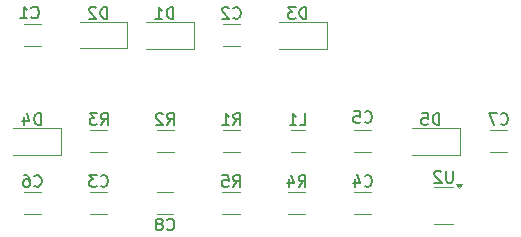
<source format=gbr>
%TF.GenerationSoftware,KiCad,Pcbnew,9.0.3*%
%TF.CreationDate,2025-07-23T14:16:35+06:00*%
%TF.ProjectId,LFRCircuit,4c465243-6972-4637-9569-742e6b696361,rev?*%
%TF.SameCoordinates,Original*%
%TF.FileFunction,Legend,Bot*%
%TF.FilePolarity,Positive*%
%FSLAX46Y46*%
G04 Gerber Fmt 4.6, Leading zero omitted, Abs format (unit mm)*
G04 Created by KiCad (PCBNEW 9.0.3) date 2025-07-23 14:16:35*
%MOMM*%
%LPD*%
G01*
G04 APERTURE LIST*
%ADD10C,0.150000*%
%ADD11C,0.120000*%
G04 APERTURE END LIST*
D10*
X167575466Y-85624819D02*
X167908799Y-85148628D01*
X168146894Y-85624819D02*
X168146894Y-84624819D01*
X168146894Y-84624819D02*
X167765942Y-84624819D01*
X167765942Y-84624819D02*
X167670704Y-84672438D01*
X167670704Y-84672438D02*
X167623085Y-84720057D01*
X167623085Y-84720057D02*
X167575466Y-84815295D01*
X167575466Y-84815295D02*
X167575466Y-84958152D01*
X167575466Y-84958152D02*
X167623085Y-85053390D01*
X167623085Y-85053390D02*
X167670704Y-85101009D01*
X167670704Y-85101009D02*
X167765942Y-85148628D01*
X167765942Y-85148628D02*
X168146894Y-85148628D01*
X167242132Y-84624819D02*
X166623085Y-84624819D01*
X166623085Y-84624819D02*
X166956418Y-85005771D01*
X166956418Y-85005771D02*
X166813561Y-85005771D01*
X166813561Y-85005771D02*
X166718323Y-85053390D01*
X166718323Y-85053390D02*
X166670704Y-85101009D01*
X166670704Y-85101009D02*
X166623085Y-85196247D01*
X166623085Y-85196247D02*
X166623085Y-85434342D01*
X166623085Y-85434342D02*
X166670704Y-85529580D01*
X166670704Y-85529580D02*
X166718323Y-85577200D01*
X166718323Y-85577200D02*
X166813561Y-85624819D01*
X166813561Y-85624819D02*
X167099275Y-85624819D01*
X167099275Y-85624819D02*
X167194513Y-85577200D01*
X167194513Y-85577200D02*
X167242132Y-85529580D01*
X201416666Y-85509580D02*
X201464285Y-85557200D01*
X201464285Y-85557200D02*
X201607142Y-85604819D01*
X201607142Y-85604819D02*
X201702380Y-85604819D01*
X201702380Y-85604819D02*
X201845237Y-85557200D01*
X201845237Y-85557200D02*
X201940475Y-85461961D01*
X201940475Y-85461961D02*
X201988094Y-85366723D01*
X201988094Y-85366723D02*
X202035713Y-85176247D01*
X202035713Y-85176247D02*
X202035713Y-85033390D01*
X202035713Y-85033390D02*
X201988094Y-84842914D01*
X201988094Y-84842914D02*
X201940475Y-84747676D01*
X201940475Y-84747676D02*
X201845237Y-84652438D01*
X201845237Y-84652438D02*
X201702380Y-84604819D01*
X201702380Y-84604819D02*
X201607142Y-84604819D01*
X201607142Y-84604819D02*
X201464285Y-84652438D01*
X201464285Y-84652438D02*
X201416666Y-84700057D01*
X201083332Y-84604819D02*
X200416666Y-84604819D01*
X200416666Y-84604819D02*
X200845237Y-85604819D01*
X184327166Y-90874819D02*
X184660499Y-90398628D01*
X184898594Y-90874819D02*
X184898594Y-89874819D01*
X184898594Y-89874819D02*
X184517642Y-89874819D01*
X184517642Y-89874819D02*
X184422404Y-89922438D01*
X184422404Y-89922438D02*
X184374785Y-89970057D01*
X184374785Y-89970057D02*
X184327166Y-90065295D01*
X184327166Y-90065295D02*
X184327166Y-90208152D01*
X184327166Y-90208152D02*
X184374785Y-90303390D01*
X184374785Y-90303390D02*
X184422404Y-90351009D01*
X184422404Y-90351009D02*
X184517642Y-90398628D01*
X184517642Y-90398628D02*
X184898594Y-90398628D01*
X183470023Y-90208152D02*
X183470023Y-90874819D01*
X183708118Y-89827200D02*
X183946213Y-90541485D01*
X183946213Y-90541485D02*
X183327166Y-90541485D01*
X189916666Y-85359580D02*
X189964285Y-85407200D01*
X189964285Y-85407200D02*
X190107142Y-85454819D01*
X190107142Y-85454819D02*
X190202380Y-85454819D01*
X190202380Y-85454819D02*
X190345237Y-85407200D01*
X190345237Y-85407200D02*
X190440475Y-85311961D01*
X190440475Y-85311961D02*
X190488094Y-85216723D01*
X190488094Y-85216723D02*
X190535713Y-85026247D01*
X190535713Y-85026247D02*
X190535713Y-84883390D01*
X190535713Y-84883390D02*
X190488094Y-84692914D01*
X190488094Y-84692914D02*
X190440475Y-84597676D01*
X190440475Y-84597676D02*
X190345237Y-84502438D01*
X190345237Y-84502438D02*
X190202380Y-84454819D01*
X190202380Y-84454819D02*
X190107142Y-84454819D01*
X190107142Y-84454819D02*
X189964285Y-84502438D01*
X189964285Y-84502438D02*
X189916666Y-84550057D01*
X189011904Y-84454819D02*
X189488094Y-84454819D01*
X189488094Y-84454819D02*
X189535713Y-84931009D01*
X189535713Y-84931009D02*
X189488094Y-84883390D01*
X189488094Y-84883390D02*
X189392856Y-84835771D01*
X189392856Y-84835771D02*
X189154761Y-84835771D01*
X189154761Y-84835771D02*
X189059523Y-84883390D01*
X189059523Y-84883390D02*
X189011904Y-84931009D01*
X189011904Y-84931009D02*
X188964285Y-85026247D01*
X188964285Y-85026247D02*
X188964285Y-85264342D01*
X188964285Y-85264342D02*
X189011904Y-85359580D01*
X189011904Y-85359580D02*
X189059523Y-85407200D01*
X189059523Y-85407200D02*
X189154761Y-85454819D01*
X189154761Y-85454819D02*
X189392856Y-85454819D01*
X189392856Y-85454819D02*
X189488094Y-85407200D01*
X189488094Y-85407200D02*
X189535713Y-85359580D01*
X161701666Y-76509580D02*
X161749285Y-76557200D01*
X161749285Y-76557200D02*
X161892142Y-76604819D01*
X161892142Y-76604819D02*
X161987380Y-76604819D01*
X161987380Y-76604819D02*
X162130237Y-76557200D01*
X162130237Y-76557200D02*
X162225475Y-76461961D01*
X162225475Y-76461961D02*
X162273094Y-76366723D01*
X162273094Y-76366723D02*
X162320713Y-76176247D01*
X162320713Y-76176247D02*
X162320713Y-76033390D01*
X162320713Y-76033390D02*
X162273094Y-75842914D01*
X162273094Y-75842914D02*
X162225475Y-75747676D01*
X162225475Y-75747676D02*
X162130237Y-75652438D01*
X162130237Y-75652438D02*
X161987380Y-75604819D01*
X161987380Y-75604819D02*
X161892142Y-75604819D01*
X161892142Y-75604819D02*
X161749285Y-75652438D01*
X161749285Y-75652438D02*
X161701666Y-75700057D01*
X160749285Y-76604819D02*
X161320713Y-76604819D01*
X161034999Y-76604819D02*
X161034999Y-75604819D01*
X161034999Y-75604819D02*
X161130237Y-75747676D01*
X161130237Y-75747676D02*
X161225475Y-75842914D01*
X161225475Y-75842914D02*
X161320713Y-75890533D01*
X178795466Y-76534580D02*
X178843085Y-76582200D01*
X178843085Y-76582200D02*
X178985942Y-76629819D01*
X178985942Y-76629819D02*
X179081180Y-76629819D01*
X179081180Y-76629819D02*
X179224037Y-76582200D01*
X179224037Y-76582200D02*
X179319275Y-76486961D01*
X179319275Y-76486961D02*
X179366894Y-76391723D01*
X179366894Y-76391723D02*
X179414513Y-76201247D01*
X179414513Y-76201247D02*
X179414513Y-76058390D01*
X179414513Y-76058390D02*
X179366894Y-75867914D01*
X179366894Y-75867914D02*
X179319275Y-75772676D01*
X179319275Y-75772676D02*
X179224037Y-75677438D01*
X179224037Y-75677438D02*
X179081180Y-75629819D01*
X179081180Y-75629819D02*
X178985942Y-75629819D01*
X178985942Y-75629819D02*
X178843085Y-75677438D01*
X178843085Y-75677438D02*
X178795466Y-75725057D01*
X178414513Y-75725057D02*
X178366894Y-75677438D01*
X178366894Y-75677438D02*
X178271656Y-75629819D01*
X178271656Y-75629819D02*
X178033561Y-75629819D01*
X178033561Y-75629819D02*
X177938323Y-75677438D01*
X177938323Y-75677438D02*
X177890704Y-75725057D01*
X177890704Y-75725057D02*
X177843085Y-75820295D01*
X177843085Y-75820295D02*
X177843085Y-75915533D01*
X177843085Y-75915533D02*
X177890704Y-76058390D01*
X177890704Y-76058390D02*
X178462132Y-76629819D01*
X178462132Y-76629819D02*
X177843085Y-76629819D01*
X184416666Y-85624819D02*
X184892856Y-85624819D01*
X184892856Y-85624819D02*
X184892856Y-84624819D01*
X183559523Y-85624819D02*
X184130951Y-85624819D01*
X183845237Y-85624819D02*
X183845237Y-84624819D01*
X183845237Y-84624819D02*
X183940475Y-84767676D01*
X183940475Y-84767676D02*
X184035713Y-84862914D01*
X184035713Y-84862914D02*
X184130951Y-84910533D01*
X168109394Y-76624819D02*
X168109394Y-75624819D01*
X168109394Y-75624819D02*
X167871299Y-75624819D01*
X167871299Y-75624819D02*
X167728442Y-75672438D01*
X167728442Y-75672438D02*
X167633204Y-75767676D01*
X167633204Y-75767676D02*
X167585585Y-75862914D01*
X167585585Y-75862914D02*
X167537966Y-76053390D01*
X167537966Y-76053390D02*
X167537966Y-76196247D01*
X167537966Y-76196247D02*
X167585585Y-76386723D01*
X167585585Y-76386723D02*
X167633204Y-76481961D01*
X167633204Y-76481961D02*
X167728442Y-76577200D01*
X167728442Y-76577200D02*
X167871299Y-76624819D01*
X167871299Y-76624819D02*
X168109394Y-76624819D01*
X167157013Y-75720057D02*
X167109394Y-75672438D01*
X167109394Y-75672438D02*
X167014156Y-75624819D01*
X167014156Y-75624819D02*
X166776061Y-75624819D01*
X166776061Y-75624819D02*
X166680823Y-75672438D01*
X166680823Y-75672438D02*
X166633204Y-75720057D01*
X166633204Y-75720057D02*
X166585585Y-75815295D01*
X166585585Y-75815295D02*
X166585585Y-75910533D01*
X166585585Y-75910533D02*
X166633204Y-76053390D01*
X166633204Y-76053390D02*
X167204632Y-76624819D01*
X167204632Y-76624819D02*
X166585585Y-76624819D01*
X178767666Y-90874819D02*
X179100999Y-90398628D01*
X179339094Y-90874819D02*
X179339094Y-89874819D01*
X179339094Y-89874819D02*
X178958142Y-89874819D01*
X178958142Y-89874819D02*
X178862904Y-89922438D01*
X178862904Y-89922438D02*
X178815285Y-89970057D01*
X178815285Y-89970057D02*
X178767666Y-90065295D01*
X178767666Y-90065295D02*
X178767666Y-90208152D01*
X178767666Y-90208152D02*
X178815285Y-90303390D01*
X178815285Y-90303390D02*
X178862904Y-90351009D01*
X178862904Y-90351009D02*
X178958142Y-90398628D01*
X178958142Y-90398628D02*
X179339094Y-90398628D01*
X177862904Y-89874819D02*
X178339094Y-89874819D01*
X178339094Y-89874819D02*
X178386713Y-90351009D01*
X178386713Y-90351009D02*
X178339094Y-90303390D01*
X178339094Y-90303390D02*
X178243856Y-90255771D01*
X178243856Y-90255771D02*
X178005761Y-90255771D01*
X178005761Y-90255771D02*
X177910523Y-90303390D01*
X177910523Y-90303390D02*
X177862904Y-90351009D01*
X177862904Y-90351009D02*
X177815285Y-90446247D01*
X177815285Y-90446247D02*
X177815285Y-90684342D01*
X177815285Y-90684342D02*
X177862904Y-90779580D01*
X177862904Y-90779580D02*
X177910523Y-90827200D01*
X177910523Y-90827200D02*
X178005761Y-90874819D01*
X178005761Y-90874819D02*
X178243856Y-90874819D01*
X178243856Y-90874819D02*
X178339094Y-90827200D01*
X178339094Y-90827200D02*
X178386713Y-90779580D01*
X173178166Y-94459580D02*
X173225785Y-94507200D01*
X173225785Y-94507200D02*
X173368642Y-94554819D01*
X173368642Y-94554819D02*
X173463880Y-94554819D01*
X173463880Y-94554819D02*
X173606737Y-94507200D01*
X173606737Y-94507200D02*
X173701975Y-94411961D01*
X173701975Y-94411961D02*
X173749594Y-94316723D01*
X173749594Y-94316723D02*
X173797213Y-94126247D01*
X173797213Y-94126247D02*
X173797213Y-93983390D01*
X173797213Y-93983390D02*
X173749594Y-93792914D01*
X173749594Y-93792914D02*
X173701975Y-93697676D01*
X173701975Y-93697676D02*
X173606737Y-93602438D01*
X173606737Y-93602438D02*
X173463880Y-93554819D01*
X173463880Y-93554819D02*
X173368642Y-93554819D01*
X173368642Y-93554819D02*
X173225785Y-93602438D01*
X173225785Y-93602438D02*
X173178166Y-93650057D01*
X172606737Y-93983390D02*
X172701975Y-93935771D01*
X172701975Y-93935771D02*
X172749594Y-93888152D01*
X172749594Y-93888152D02*
X172797213Y-93792914D01*
X172797213Y-93792914D02*
X172797213Y-93745295D01*
X172797213Y-93745295D02*
X172749594Y-93650057D01*
X172749594Y-93650057D02*
X172701975Y-93602438D01*
X172701975Y-93602438D02*
X172606737Y-93554819D01*
X172606737Y-93554819D02*
X172416261Y-93554819D01*
X172416261Y-93554819D02*
X172321023Y-93602438D01*
X172321023Y-93602438D02*
X172273404Y-93650057D01*
X172273404Y-93650057D02*
X172225785Y-93745295D01*
X172225785Y-93745295D02*
X172225785Y-93792914D01*
X172225785Y-93792914D02*
X172273404Y-93888152D01*
X172273404Y-93888152D02*
X172321023Y-93935771D01*
X172321023Y-93935771D02*
X172416261Y-93983390D01*
X172416261Y-93983390D02*
X172606737Y-93983390D01*
X172606737Y-93983390D02*
X172701975Y-94031009D01*
X172701975Y-94031009D02*
X172749594Y-94078628D01*
X172749594Y-94078628D02*
X172797213Y-94173866D01*
X172797213Y-94173866D02*
X172797213Y-94364342D01*
X172797213Y-94364342D02*
X172749594Y-94459580D01*
X172749594Y-94459580D02*
X172701975Y-94507200D01*
X172701975Y-94507200D02*
X172606737Y-94554819D01*
X172606737Y-94554819D02*
X172416261Y-94554819D01*
X172416261Y-94554819D02*
X172321023Y-94507200D01*
X172321023Y-94507200D02*
X172273404Y-94459580D01*
X172273404Y-94459580D02*
X172225785Y-94364342D01*
X172225785Y-94364342D02*
X172225785Y-94173866D01*
X172225785Y-94173866D02*
X172273404Y-94078628D01*
X172273404Y-94078628D02*
X172321023Y-94031009D01*
X172321023Y-94031009D02*
X172416261Y-93983390D01*
X189916666Y-90759580D02*
X189964285Y-90807200D01*
X189964285Y-90807200D02*
X190107142Y-90854819D01*
X190107142Y-90854819D02*
X190202380Y-90854819D01*
X190202380Y-90854819D02*
X190345237Y-90807200D01*
X190345237Y-90807200D02*
X190440475Y-90711961D01*
X190440475Y-90711961D02*
X190488094Y-90616723D01*
X190488094Y-90616723D02*
X190535713Y-90426247D01*
X190535713Y-90426247D02*
X190535713Y-90283390D01*
X190535713Y-90283390D02*
X190488094Y-90092914D01*
X190488094Y-90092914D02*
X190440475Y-89997676D01*
X190440475Y-89997676D02*
X190345237Y-89902438D01*
X190345237Y-89902438D02*
X190202380Y-89854819D01*
X190202380Y-89854819D02*
X190107142Y-89854819D01*
X190107142Y-89854819D02*
X189964285Y-89902438D01*
X189964285Y-89902438D02*
X189916666Y-89950057D01*
X189059523Y-90188152D02*
X189059523Y-90854819D01*
X189297618Y-89807200D02*
X189535713Y-90521485D01*
X189535713Y-90521485D02*
X188916666Y-90521485D01*
X197374404Y-89504819D02*
X197374404Y-90314342D01*
X197374404Y-90314342D02*
X197326785Y-90409580D01*
X197326785Y-90409580D02*
X197279166Y-90457200D01*
X197279166Y-90457200D02*
X197183928Y-90504819D01*
X197183928Y-90504819D02*
X196993452Y-90504819D01*
X196993452Y-90504819D02*
X196898214Y-90457200D01*
X196898214Y-90457200D02*
X196850595Y-90409580D01*
X196850595Y-90409580D02*
X196802976Y-90314342D01*
X196802976Y-90314342D02*
X196802976Y-89504819D01*
X196374404Y-89600057D02*
X196326785Y-89552438D01*
X196326785Y-89552438D02*
X196231547Y-89504819D01*
X196231547Y-89504819D02*
X195993452Y-89504819D01*
X195993452Y-89504819D02*
X195898214Y-89552438D01*
X195898214Y-89552438D02*
X195850595Y-89600057D01*
X195850595Y-89600057D02*
X195802976Y-89695295D01*
X195802976Y-89695295D02*
X195802976Y-89790533D01*
X195802976Y-89790533D02*
X195850595Y-89933390D01*
X195850595Y-89933390D02*
X196422023Y-90504819D01*
X196422023Y-90504819D02*
X195802976Y-90504819D01*
X167558666Y-90759580D02*
X167606285Y-90807200D01*
X167606285Y-90807200D02*
X167749142Y-90854819D01*
X167749142Y-90854819D02*
X167844380Y-90854819D01*
X167844380Y-90854819D02*
X167987237Y-90807200D01*
X167987237Y-90807200D02*
X168082475Y-90711961D01*
X168082475Y-90711961D02*
X168130094Y-90616723D01*
X168130094Y-90616723D02*
X168177713Y-90426247D01*
X168177713Y-90426247D02*
X168177713Y-90283390D01*
X168177713Y-90283390D02*
X168130094Y-90092914D01*
X168130094Y-90092914D02*
X168082475Y-89997676D01*
X168082475Y-89997676D02*
X167987237Y-89902438D01*
X167987237Y-89902438D02*
X167844380Y-89854819D01*
X167844380Y-89854819D02*
X167749142Y-89854819D01*
X167749142Y-89854819D02*
X167606285Y-89902438D01*
X167606285Y-89902438D02*
X167558666Y-89950057D01*
X167225332Y-89854819D02*
X166606285Y-89854819D01*
X166606285Y-89854819D02*
X166939618Y-90235771D01*
X166939618Y-90235771D02*
X166796761Y-90235771D01*
X166796761Y-90235771D02*
X166701523Y-90283390D01*
X166701523Y-90283390D02*
X166653904Y-90331009D01*
X166653904Y-90331009D02*
X166606285Y-90426247D01*
X166606285Y-90426247D02*
X166606285Y-90664342D01*
X166606285Y-90664342D02*
X166653904Y-90759580D01*
X166653904Y-90759580D02*
X166701523Y-90807200D01*
X166701523Y-90807200D02*
X166796761Y-90854819D01*
X166796761Y-90854819D02*
X167082475Y-90854819D01*
X167082475Y-90854819D02*
X167177713Y-90807200D01*
X167177713Y-90807200D02*
X167225332Y-90759580D01*
X196238094Y-85624819D02*
X196238094Y-84624819D01*
X196238094Y-84624819D02*
X195999999Y-84624819D01*
X195999999Y-84624819D02*
X195857142Y-84672438D01*
X195857142Y-84672438D02*
X195761904Y-84767676D01*
X195761904Y-84767676D02*
X195714285Y-84862914D01*
X195714285Y-84862914D02*
X195666666Y-85053390D01*
X195666666Y-85053390D02*
X195666666Y-85196247D01*
X195666666Y-85196247D02*
X195714285Y-85386723D01*
X195714285Y-85386723D02*
X195761904Y-85481961D01*
X195761904Y-85481961D02*
X195857142Y-85577200D01*
X195857142Y-85577200D02*
X195999999Y-85624819D01*
X195999999Y-85624819D02*
X196238094Y-85624819D01*
X194761904Y-84624819D02*
X195238094Y-84624819D01*
X195238094Y-84624819D02*
X195285713Y-85101009D01*
X195285713Y-85101009D02*
X195238094Y-85053390D01*
X195238094Y-85053390D02*
X195142856Y-85005771D01*
X195142856Y-85005771D02*
X194904761Y-85005771D01*
X194904761Y-85005771D02*
X194809523Y-85053390D01*
X194809523Y-85053390D02*
X194761904Y-85101009D01*
X194761904Y-85101009D02*
X194714285Y-85196247D01*
X194714285Y-85196247D02*
X194714285Y-85434342D01*
X194714285Y-85434342D02*
X194761904Y-85529580D01*
X194761904Y-85529580D02*
X194809523Y-85577200D01*
X194809523Y-85577200D02*
X194904761Y-85624819D01*
X194904761Y-85624819D02*
X195142856Y-85624819D01*
X195142856Y-85624819D02*
X195238094Y-85577200D01*
X195238094Y-85577200D02*
X195285713Y-85529580D01*
X173189166Y-85624819D02*
X173522499Y-85148628D01*
X173760594Y-85624819D02*
X173760594Y-84624819D01*
X173760594Y-84624819D02*
X173379642Y-84624819D01*
X173379642Y-84624819D02*
X173284404Y-84672438D01*
X173284404Y-84672438D02*
X173236785Y-84720057D01*
X173236785Y-84720057D02*
X173189166Y-84815295D01*
X173189166Y-84815295D02*
X173189166Y-84958152D01*
X173189166Y-84958152D02*
X173236785Y-85053390D01*
X173236785Y-85053390D02*
X173284404Y-85101009D01*
X173284404Y-85101009D02*
X173379642Y-85148628D01*
X173379642Y-85148628D02*
X173760594Y-85148628D01*
X172808213Y-84720057D02*
X172760594Y-84672438D01*
X172760594Y-84672438D02*
X172665356Y-84624819D01*
X172665356Y-84624819D02*
X172427261Y-84624819D01*
X172427261Y-84624819D02*
X172332023Y-84672438D01*
X172332023Y-84672438D02*
X172284404Y-84720057D01*
X172284404Y-84720057D02*
X172236785Y-84815295D01*
X172236785Y-84815295D02*
X172236785Y-84910533D01*
X172236785Y-84910533D02*
X172284404Y-85053390D01*
X172284404Y-85053390D02*
X172855832Y-85624819D01*
X172855832Y-85624819D02*
X172236785Y-85624819D01*
X178802966Y-85624819D02*
X179136299Y-85148628D01*
X179374394Y-85624819D02*
X179374394Y-84624819D01*
X179374394Y-84624819D02*
X178993442Y-84624819D01*
X178993442Y-84624819D02*
X178898204Y-84672438D01*
X178898204Y-84672438D02*
X178850585Y-84720057D01*
X178850585Y-84720057D02*
X178802966Y-84815295D01*
X178802966Y-84815295D02*
X178802966Y-84958152D01*
X178802966Y-84958152D02*
X178850585Y-85053390D01*
X178850585Y-85053390D02*
X178898204Y-85101009D01*
X178898204Y-85101009D02*
X178993442Y-85148628D01*
X178993442Y-85148628D02*
X179374394Y-85148628D01*
X177850585Y-85624819D02*
X178422013Y-85624819D01*
X178136299Y-85624819D02*
X178136299Y-84624819D01*
X178136299Y-84624819D02*
X178231537Y-84767676D01*
X178231537Y-84767676D02*
X178326775Y-84862914D01*
X178326775Y-84862914D02*
X178422013Y-84910533D01*
X161939166Y-90759580D02*
X161986785Y-90807200D01*
X161986785Y-90807200D02*
X162129642Y-90854819D01*
X162129642Y-90854819D02*
X162224880Y-90854819D01*
X162224880Y-90854819D02*
X162367737Y-90807200D01*
X162367737Y-90807200D02*
X162462975Y-90711961D01*
X162462975Y-90711961D02*
X162510594Y-90616723D01*
X162510594Y-90616723D02*
X162558213Y-90426247D01*
X162558213Y-90426247D02*
X162558213Y-90283390D01*
X162558213Y-90283390D02*
X162510594Y-90092914D01*
X162510594Y-90092914D02*
X162462975Y-89997676D01*
X162462975Y-89997676D02*
X162367737Y-89902438D01*
X162367737Y-89902438D02*
X162224880Y-89854819D01*
X162224880Y-89854819D02*
X162129642Y-89854819D01*
X162129642Y-89854819D02*
X161986785Y-89902438D01*
X161986785Y-89902438D02*
X161939166Y-89950057D01*
X161082023Y-89854819D02*
X161272499Y-89854819D01*
X161272499Y-89854819D02*
X161367737Y-89902438D01*
X161367737Y-89902438D02*
X161415356Y-89950057D01*
X161415356Y-89950057D02*
X161510594Y-90092914D01*
X161510594Y-90092914D02*
X161558213Y-90283390D01*
X161558213Y-90283390D02*
X161558213Y-90664342D01*
X161558213Y-90664342D02*
X161510594Y-90759580D01*
X161510594Y-90759580D02*
X161462975Y-90807200D01*
X161462975Y-90807200D02*
X161367737Y-90854819D01*
X161367737Y-90854819D02*
X161177261Y-90854819D01*
X161177261Y-90854819D02*
X161082023Y-90807200D01*
X161082023Y-90807200D02*
X161034404Y-90759580D01*
X161034404Y-90759580D02*
X160986785Y-90664342D01*
X160986785Y-90664342D02*
X160986785Y-90426247D01*
X160986785Y-90426247D02*
X161034404Y-90331009D01*
X161034404Y-90331009D02*
X161082023Y-90283390D01*
X161082023Y-90283390D02*
X161177261Y-90235771D01*
X161177261Y-90235771D02*
X161367737Y-90235771D01*
X161367737Y-90235771D02*
X161462975Y-90283390D01*
X161462975Y-90283390D02*
X161510594Y-90331009D01*
X161510594Y-90331009D02*
X161558213Y-90426247D01*
X162488094Y-85624819D02*
X162488094Y-84624819D01*
X162488094Y-84624819D02*
X162249999Y-84624819D01*
X162249999Y-84624819D02*
X162107142Y-84672438D01*
X162107142Y-84672438D02*
X162011904Y-84767676D01*
X162011904Y-84767676D02*
X161964285Y-84862914D01*
X161964285Y-84862914D02*
X161916666Y-85053390D01*
X161916666Y-85053390D02*
X161916666Y-85196247D01*
X161916666Y-85196247D02*
X161964285Y-85386723D01*
X161964285Y-85386723D02*
X162011904Y-85481961D01*
X162011904Y-85481961D02*
X162107142Y-85577200D01*
X162107142Y-85577200D02*
X162249999Y-85624819D01*
X162249999Y-85624819D02*
X162488094Y-85624819D01*
X161059523Y-84958152D02*
X161059523Y-85624819D01*
X161297618Y-84577200D02*
X161535713Y-85291485D01*
X161535713Y-85291485D02*
X160916666Y-85291485D01*
X184965594Y-76639819D02*
X184965594Y-75639819D01*
X184965594Y-75639819D02*
X184727499Y-75639819D01*
X184727499Y-75639819D02*
X184584642Y-75687438D01*
X184584642Y-75687438D02*
X184489404Y-75782676D01*
X184489404Y-75782676D02*
X184441785Y-75877914D01*
X184441785Y-75877914D02*
X184394166Y-76068390D01*
X184394166Y-76068390D02*
X184394166Y-76211247D01*
X184394166Y-76211247D02*
X184441785Y-76401723D01*
X184441785Y-76401723D02*
X184489404Y-76496961D01*
X184489404Y-76496961D02*
X184584642Y-76592200D01*
X184584642Y-76592200D02*
X184727499Y-76639819D01*
X184727499Y-76639819D02*
X184965594Y-76639819D01*
X184060832Y-75639819D02*
X183441785Y-75639819D01*
X183441785Y-75639819D02*
X183775118Y-76020771D01*
X183775118Y-76020771D02*
X183632261Y-76020771D01*
X183632261Y-76020771D02*
X183537023Y-76068390D01*
X183537023Y-76068390D02*
X183489404Y-76116009D01*
X183489404Y-76116009D02*
X183441785Y-76211247D01*
X183441785Y-76211247D02*
X183441785Y-76449342D01*
X183441785Y-76449342D02*
X183489404Y-76544580D01*
X183489404Y-76544580D02*
X183537023Y-76592200D01*
X183537023Y-76592200D02*
X183632261Y-76639819D01*
X183632261Y-76639819D02*
X183917975Y-76639819D01*
X183917975Y-76639819D02*
X184013213Y-76592200D01*
X184013213Y-76592200D02*
X184060832Y-76544580D01*
X173723094Y-76654819D02*
X173723094Y-75654819D01*
X173723094Y-75654819D02*
X173484999Y-75654819D01*
X173484999Y-75654819D02*
X173342142Y-75702438D01*
X173342142Y-75702438D02*
X173246904Y-75797676D01*
X173246904Y-75797676D02*
X173199285Y-75892914D01*
X173199285Y-75892914D02*
X173151666Y-76083390D01*
X173151666Y-76083390D02*
X173151666Y-76226247D01*
X173151666Y-76226247D02*
X173199285Y-76416723D01*
X173199285Y-76416723D02*
X173246904Y-76511961D01*
X173246904Y-76511961D02*
X173342142Y-76607200D01*
X173342142Y-76607200D02*
X173484999Y-76654819D01*
X173484999Y-76654819D02*
X173723094Y-76654819D01*
X172199285Y-76654819D02*
X172770713Y-76654819D01*
X172484999Y-76654819D02*
X172484999Y-75654819D01*
X172484999Y-75654819D02*
X172580237Y-75797676D01*
X172580237Y-75797676D02*
X172675475Y-75892914D01*
X172675475Y-75892914D02*
X172770713Y-75940533D01*
D11*
%TO.C,R3*%
X168135864Y-86090000D02*
X166681736Y-86090000D01*
X168135864Y-87910000D02*
X166681736Y-87910000D01*
%TO.C,C7*%
X201961252Y-86090000D02*
X200538748Y-86090000D01*
X201961252Y-87910000D02*
X200538748Y-87910000D01*
%TO.C,R4*%
X184887564Y-91340000D02*
X183433436Y-91340000D01*
X184887564Y-93160000D02*
X183433436Y-93160000D01*
%TO.C,C5*%
X189038748Y-86090000D02*
X190461252Y-86090000D01*
X189038748Y-87910000D02*
X190461252Y-87910000D01*
%TO.C,C1*%
X162483752Y-77090000D02*
X161061248Y-77090000D01*
X162483752Y-78910000D02*
X161061248Y-78910000D01*
%TO.C,C2*%
X179340052Y-77115000D02*
X177917548Y-77115000D01*
X179340052Y-78935000D02*
X177917548Y-78935000D01*
%TO.C,L1*%
X184852064Y-86090000D02*
X183647936Y-86090000D01*
X184852064Y-87910000D02*
X183647936Y-87910000D01*
%TO.C,D2*%
X165771300Y-76865000D02*
X169831300Y-76865000D01*
X169831300Y-76865000D02*
X169831300Y-79135000D01*
X169831300Y-79135000D02*
X165771300Y-79135000D01*
%TO.C,R5*%
X179328064Y-91340000D02*
X177873936Y-91340000D01*
X179328064Y-93160000D02*
X177873936Y-93160000D01*
%TO.C,C8*%
X172300248Y-91340000D02*
X173722752Y-91340000D01*
X172300248Y-93160000D02*
X173722752Y-93160000D01*
%TO.C,C4*%
X190461252Y-91340000D02*
X189038748Y-91340000D01*
X190461252Y-93160000D02*
X189038748Y-93160000D01*
%TO.C,U2*%
X196612500Y-90890000D02*
X195812500Y-90890000D01*
X196612500Y-90890000D02*
X197412500Y-90890000D01*
X196612500Y-94010000D02*
X195812500Y-94010000D01*
X196612500Y-94010000D02*
X197412500Y-94010000D01*
X197912500Y-90940000D02*
X197672500Y-90610000D01*
X198152500Y-90610000D01*
X197912500Y-90940000D01*
G36*
X197912500Y-90940000D02*
G01*
X197672500Y-90610000D01*
X198152500Y-90610000D01*
X197912500Y-90940000D01*
G37*
%TO.C,C3*%
X168103252Y-91340000D02*
X166680748Y-91340000D01*
X168103252Y-93160000D02*
X166680748Y-93160000D01*
%TO.C,D5*%
X193900000Y-85865000D02*
X197960000Y-85865000D01*
X197960000Y-85865000D02*
X197960000Y-88135000D01*
X197960000Y-88135000D02*
X193900000Y-88135000D01*
%TO.C,R2*%
X173749564Y-86090000D02*
X172295436Y-86090000D01*
X173749564Y-87910000D02*
X172295436Y-87910000D01*
%TO.C,R1*%
X179363364Y-86090000D02*
X177909236Y-86090000D01*
X179363364Y-87910000D02*
X177909236Y-87910000D01*
%TO.C,C6*%
X162483752Y-91340000D02*
X161061248Y-91340000D01*
X162483752Y-93160000D02*
X161061248Y-93160000D01*
%TO.C,D4*%
X160150000Y-85865000D02*
X164210000Y-85865000D01*
X164210000Y-85865000D02*
X164210000Y-88135000D01*
X164210000Y-88135000D02*
X160150000Y-88135000D01*
%TO.C,D3*%
X182627500Y-76880000D02*
X186687500Y-76880000D01*
X186687500Y-76880000D02*
X186687500Y-79150000D01*
X186687500Y-79150000D02*
X182627500Y-79150000D01*
%TO.C,D1*%
X171385000Y-76895000D02*
X175445000Y-76895000D01*
X175445000Y-76895000D02*
X175445000Y-79165000D01*
X175445000Y-79165000D02*
X171385000Y-79165000D01*
%TD*%
M02*

</source>
